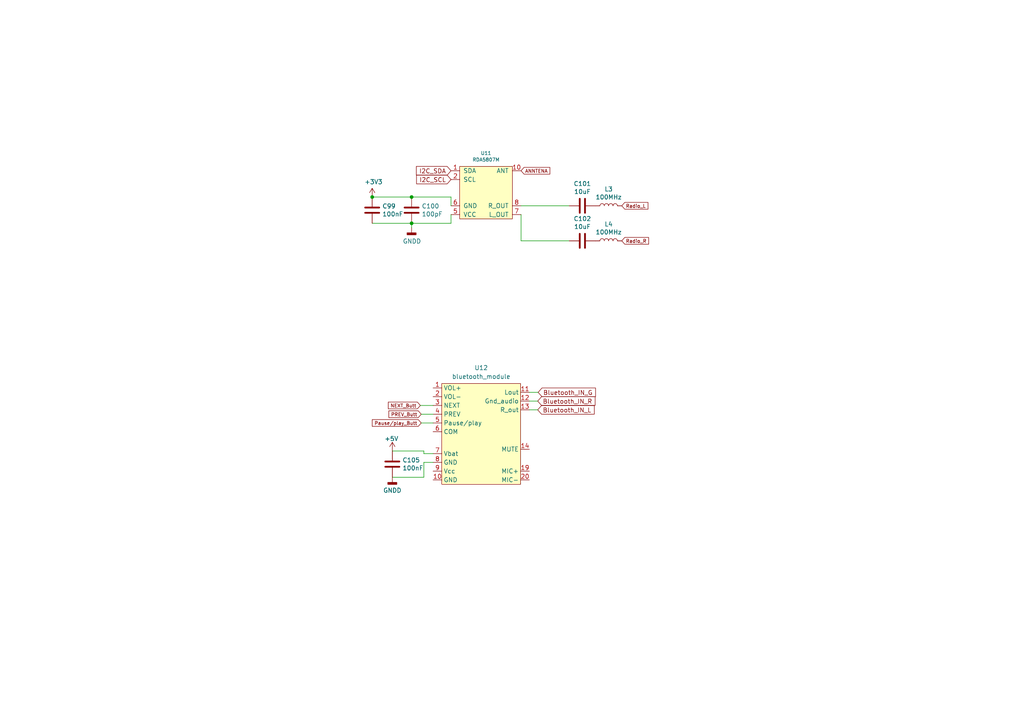
<source format=kicad_sch>
(kicad_sch (version 20211123) (generator eeschema)
  (paper "A4")
  (lib_symbols
    (symbol "Device:C" (pin_numbers hide) (pin_names (offset 0.254))
      (property "Reference" "C" (at 0.635 2.54 0))
      (property "Value" "C" (at 0.635 -2.54 0))
      (symbol "C_0_1"
        (polyline (pts (xy -2.032 -0.762) (xy 2.032 -0.762)) (stroke (width 0.508)))
        (polyline (pts (xy -2.032 0.762) (xy 2.032 0.762)) (stroke (width 0.508)))
      )
      (symbol "C_1_1"
        (pin passive line (at 0 3.81 270) (length 2.794) (name "~") (number "1"))
        (pin passive line (at 0 -3.81 90) (length 2.794) (name "~") (number "2"))
      )
    )
    (symbol "Device:L" (pin_numbers hide) (pin_names (offset 1.016) hide)
      (property "Reference" "L" (at -1.27 0 90))
      (property "Value" "L" (at 1.905 0 90))
      (symbol "L_0_1"
        (arc (start 0 -2.54) (mid 0.635 -1.905) (end 0 -1.27))
        (arc (start 0 -1.27) (mid 0.635 -0.635) (end 0 0))
        (arc (start 0 0) (mid 0.635 0.635) (end 0 1.27))
        (arc (start 0 1.27) (mid 0.635 1.905) (end 0 2.54))
      )
      (symbol "L_1_1"
        (pin passive line (at 0 3.81 270) (length 1.27) (name "1") (number "1"))
        (pin passive line (at 0 -3.81 90) (length 1.27) (name "2") (number "2"))
      )
    )
    (symbol "amplituner_lib_sym:bluetooth_module"
      (property "Reference" "U" (at -1.27 12.7 0))
      (property "Value" "bluetooth_module" (at 0 15.24 0))
      (symbol "bluetooth_module_0_1"
        (rectangle (start -10.16 11.43) (end 12.7 -17.78) (fill (type background)))
      )
      (symbol "bluetooth_module_1_1"
        (pin input line (at -12.7 10.16 0) (length 2.54) (name "VOL+") (number "1"))
        (pin input line (at -12.7 -16.51 0) (length 2.54) (name "GND") (number "10"))
        (pin input line (at 15.24 8.89 180) (length 2.54) (name "Lout") (number "11"))
        (pin input line (at 15.24 6.35 180) (length 2.54) (name "Gnd_audio") (number "12"))
        (pin input line (at 15.24 3.81 180) (length 2.54) (name "R_out") (number "13"))
        (pin input line (at 15.24 -7.62 180) (length 2.54) (name "MUTE") (number "14"))
        (pin input line (at 15.24 -13.97 180) (length 2.54) (name "MIC+") (number "19"))
        (pin input line (at -12.7 7.62 0) (length 2.54) (name "VOL-") (number "2"))
        (pin input line (at 15.24 -16.51 180) (length 2.54) (name "MIC-") (number "20"))
        (pin input line (at -12.7 5.08 0) (length 2.54) (name "NEXT") (number "3"))
        (pin input line (at -12.7 2.54 0) (length 2.54) (name "PREV") (number "4"))
        (pin input line (at -12.7 0 0) (length 2.54) (name "Pause/play") (number "5"))
        (pin input line (at -12.7 -2.54 0) (length 2.54) (name "COM") (number "6"))
        (pin input line (at -12.7 -8.89 0) (length 2.54) (name "Vbat") (number "7"))
        (pin input line (at -12.7 -11.43 0) (length 2.54) (name "GND") (number "8"))
        (pin input line (at -12.7 -13.97 0) (length 2.54) (name "Vcc") (number "9"))
      )
    )
    (symbol "lib_amplituner:RDA5807M" (pin_names (offset 1.016))
      (property "Reference" "U" (at -10.16 8.89 0))
      (property "Value" "lib_amplituner_RDA5807M" (at 0 -8.89 0))
      (symbol "RDA5807M_0_1"
        (rectangle (start -11.43 7.62) (end 3.81 -7.62) (fill (type background)))
      )
      (symbol "RDA5807M_1_1"
        (pin input line (at -13.97 6.35 0) (length 2.54) (name "SDA") (number "1"))
        (pin input line (at 6.35 6.35 180) (length 2.54) (name "ANT") (number "10"))
        (pin input line (at -13.97 3.81 0) (length 2.54) (name "SCL") (number "2"))
        (pin input line (at -13.97 -6.35 0) (length 2.54) (name "VCC") (number "5"))
        (pin output line (at -13.97 -3.81 0) (length 2.54) (name "GND") (number "6"))
        (pin output line (at 6.35 -6.35 180) (length 2.54) (name "L_OUT") (number "7"))
        (pin output line (at 6.35 -3.81 180) (length 2.54) (name "R_OUT") (number "8"))
      )
    )
    (symbol "power:+3.3V" (power) (pin_names (offset 0))
      (property "Value" "+3.3V" (at 0 3.556 0))
      (symbol "+3.3V_0_1"
        (polyline (pts (xy -0.762 1.27) (xy 0 2.54)))
        (polyline (pts (xy 0 0) (xy 0 2.54)))
        (polyline (pts (xy 0 2.54) (xy 0.762 1.27)))
      )
      (symbol "+3.3V_1_1"
        (pin power_in line (at 0 0 90) (length 0) hide (name "+3V3") (number "1"))
      )
    )
    (symbol "power:+5V" (power) (pin_names (offset 0))
      (property "Value" "+5V" (at 0 3.556 0))
      (symbol "+5V_0_1"
        (polyline (pts (xy -0.762 1.27) (xy 0 2.54)))
        (polyline (pts (xy 0 0) (xy 0 2.54)))
        (polyline (pts (xy 0 2.54) (xy 0.762 1.27)))
      )
      (symbol "+5V_1_1"
        (pin power_in line (at 0 0 90) (length 0) hide (name "+5V") (number "1"))
      )
    )
    (symbol "power:GNDD" (power) (pin_names (offset 0))
      (property "Value" "GNDD" (at 0 -3.175 0))
      (symbol "GNDD_0_1"
        (rectangle (start -1.27 -1.524) (end 1.27 -2.032) (stroke (width 0.254)) (fill (type outline)))
        (polyline (pts (xy 0 0) (xy 0 -1.524)))
      )
      (symbol "GNDD_1_1"
        (pin power_in line (at 0 0 270) (length 0) hide (name "GNDD") (number "1"))
      )
    )
  )
  (junction (at 119.38 57.15))
  (junction (at 107.95 57.15))
  (junction (at 119.38 64.77))
  (wire (pts (xy 130.81 64.77) (xy 130.81 62.23)))
  (wire (pts (xy 121.92 117.602) (xy 125.603 117.602)))
  (wire (pts (xy 153.543 116.332) (xy 155.956 116.332)))
  (wire (pts (xy 125.603 134.112) (xy 122.936 134.112)))
  (wire (pts (xy 153.543 118.872) (xy 155.956 118.872)))
  (wire (pts (xy 122.174 122.682) (xy 125.603 122.682)))
  (wire (pts (xy 151.13 62.23) (xy 151.13 69.85)))
  (wire (pts (xy 122.174 120.142) (xy 125.603 120.142)))
  (wire (pts (xy 151.13 69.85) (xy 165.1 69.85)))
  (wire (pts (xy 119.38 57.15) (xy 130.81 57.15)))
  (wire (pts (xy 122.936 138.43) (xy 113.792 138.43)))
  (wire (pts (xy 119.38 57.15) (xy 107.95 57.15)))
  (wire (pts (xy 122.936 131.572) (xy 125.603 131.572)))
  (wire (pts (xy 130.81 59.69) (xy 130.81 57.15)))
  (wire (pts (xy 119.38 66.04) (xy 119.38 64.77)))
  (wire (pts (xy 151.13 59.69) (xy 165.1 59.69)))
  (wire (pts (xy 153.543 113.792) (xy 156.083 113.792)))
  (wire (pts (xy 122.936 134.112) (xy 122.936 138.43)))
  (wire (pts (xy 119.38 64.77) (xy 130.81 64.77)))
  (wire (pts (xy 122.936 130.81) (xy 122.936 131.572)))
  (wire (pts (xy 113.792 130.81) (xy 122.936 130.81)))
  (wire (pts (xy 107.95 64.77) (xy 119.38 64.77)))
  (global_label "PREV_Butt" (shape input) (at 122.174 120.142 180) (effects (font (size 0.9906 0.9906))) (property "Intersheet References" "${INTERSHEET_REFS}" (effects hide)))
  (global_label "Pause{slash}play_Butt" (shape input) (at 122.174 122.682 180) (effects (font (size 0.9906 0.9906))) (property "Intersheet References" "${INTERSHEET_REFS}" (effects hide)))
  (global_label "NEXT_Butt" (shape input) (at 121.92 117.602 180) (effects (font (size 0.9906 0.9906))) (property "Intersheet References" "${INTERSHEET_REFS}" (effects hide)))
  (global_label "Bluetooth_IN_R" (shape input) (at 155.956 116.332 0) (property "Intersheet References" "${INTERSHEET_REFS}" (effects hide)))
  (global_label "I2C_SDA" (shape input) (at 130.81 49.53 180) (property "Intersheet References" "${INTERSHEET_REFS}" (effects hide)))
  (global_label "I2C_SCL" (shape input) (at 130.81 52.07 180) (property "Intersheet References" "${INTERSHEET_REFS}" (effects hide)))
  (global_label "Bluetooth_IN_L" (shape input) (at 155.956 118.872 0) (property "Intersheet References" "${INTERSHEET_REFS}" (effects hide)))
  (global_label "Radio_R" (shape input) (at 180.34 69.85 0) (effects (font (size 0.9906 0.9906))) (property "Intersheet References" "${INTERSHEET_REFS}" (effects hide)))
  (global_label "Radio_L" (shape input) (at 180.34 59.69 0) (effects (font (size 0.9906 0.9906))) (property "Intersheet References" "${INTERSHEET_REFS}" (effects hide)))
  (global_label "ANNTENA" (shape input) (at 151.13 49.53 0) (effects (font (size 0.9906 0.9906))) (property "Intersheet References" "${INTERSHEET_REFS}" (effects hide)))
  (global_label "Bluetooth_IN_G" (shape input) (at 156.083 113.792 0) (property "Intersheet References" "${INTERSHEET_REFS}" (effects hide)))
  (symbol (lib_id "lib_amplituner:RDA5807M") (at 144.78 55.88 0) (unit 1)
    (property "Reference" "U11" (at 140.97 44.4246 0) (effects (font (size 0.9906 0.9906))))
    (property "Value" "RDA5807M" (at 140.97 46.3296 0) (effects (font (size 0.9906 0.9906))))
    (property "Footprint" "lib-amplituner:RDA5807M" (effects hide))
  )
  (symbol (lib_id "Device:C") (at 107.95 60.96 0) (unit 1)
    (property "Reference" "C99" (at 110.871 59.7916 0) (effects (justify left)))
    (property "Value" "100nF" (at 110.871 62.103 0) (effects (justify left)))
    (property "Footprint" "Capacitor_SMD:C_1206_3216Metric" (effects hide))
  )
  (symbol (lib_id "Device:C") (at 119.38 60.96 0) (unit 1)
    (property "Reference" "C100" (at 122.301 59.7916 0) (effects (justify left)))
    (property "Value" "100pF" (at 122.301 62.103 0) (effects (justify left)))
    (property "Footprint" "Capacitor_SMD:C_1206_3216Metric" (effects hide))
  )
  (symbol (lib_id "power:+3.3V") (at 107.95 57.15 0) (unit 1)
    (property "Reference" "#PWR038" (effects hide))
    (property "Value" "+3.3V" (at 108.331 52.7558 0))
  )
  (symbol (lib_id "Device:C") (at 168.91 59.69 270) (unit 1)
    (property "Reference" "C101" (at 168.91 53.2892 90))
    (property "Value" "10uF" (at 168.91 55.6006 90))
    (property "Footprint" "Capacitor_SMD:C_1206_3216Metric" (effects hide))
  )
  (symbol (lib_id "Device:C") (at 168.91 69.85 270) (unit 1)
    (property "Reference" "C102" (at 168.91 63.4492 90))
    (property "Value" "10uF" (at 168.91 65.7606 90))
    (property "Footprint" "Capacitor_SMD:C_1206_3216Metric" (effects hide))
  )
  (symbol (lib_id "Device:L") (at 176.53 69.85 90) (unit 1)
    (property "Reference" "L4" (at 176.53 65.024 90))
    (property "Value" "100MHz" (at 176.53 67.3354 90))
    (property "Footprint" "Inductor_SMD:L_1206_3216Metric" (effects hide))
  )
  (symbol (lib_id "Device:L") (at 176.53 59.69 90) (unit 1)
    (property "Reference" "L3" (at 176.53 54.864 90))
    (property "Value" "100MHz" (at 176.53 57.1754 90))
    (property "Footprint" "Inductor_SMD:L_1206_3216Metric" (effects hide))
  )
  (symbol (lib_id "power:GNDD") (at 119.38 66.04 0) (unit 1)
    (property "Reference" "#PWR039" (effects hide))
    (property "Value" "GNDD" (at 119.4816 69.977 0))
  )
  (symbol (lib_id "power:GNDD") (at 113.792 138.43 0) (unit 1)
    (property "Reference" "#PWR040" (effects hide))
    (property "Value" "GNDD" (at 113.792 142.24 0))
  )
  (symbol (lib_id "power:+5V") (at 113.792 130.81 0) (unit 1)
    (property "Reference" "#PWR04" (effects hide))
    (property "Value" "+5V" (at 113.538 127.254 0))
  )
  (symbol (lib_id "amplituner_lib_sym:bluetooth_module") (at 138.303 122.682 0) (unit 1)
    (property "Reference" "U12" (at 139.573 106.68 0))
    (property "Value" "bluetooth_module" (at 139.573 109.22 0))
    (property "Footprint" "amplituner_lib:bluetooth_module" (effects hide))
  )
  (symbol (lib_id "Device:C") (at 113.792 134.62 0) (unit 1)
    (property "Reference" "C105" (at 116.713 133.4516 0) (effects (justify left)))
    (property "Value" "100nF" (at 116.713 135.763 0) (effects (justify left)))
    (property "Footprint" "Capacitor_SMD:C_1206_3216Metric" (effects hide))
  )
)
</source>
